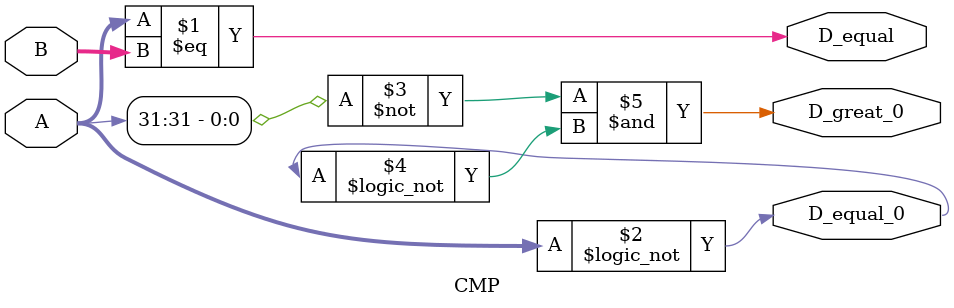
<source format=v>
`timescale 1ns / 1ps
module CMP(
	 input [31:0] A,
	 input [31:0] B,
	 output D_equal,
	 output D_equal_0,	// µÈÓÚ0
	 output D_great_0		// dayu0¡£   äÆ, ÒÔÎªºóÁ½¸ö²»ÓÃ¼ÓµÄ, ½á¹ûp6»¹ÊÇÒª¼ÓµÄ, 555555555555
    );
	 assign D_equal = (A == B);
	 assign D_equal_0 = (A == 0);
	 assign D_great_0 = (~A[31]) & (!D_equal_0);		// ÃîµÄÅ¶, Ö»ÓÃ¿´×î¸ßÎ»µÄÅ¶
endmodule

</source>
